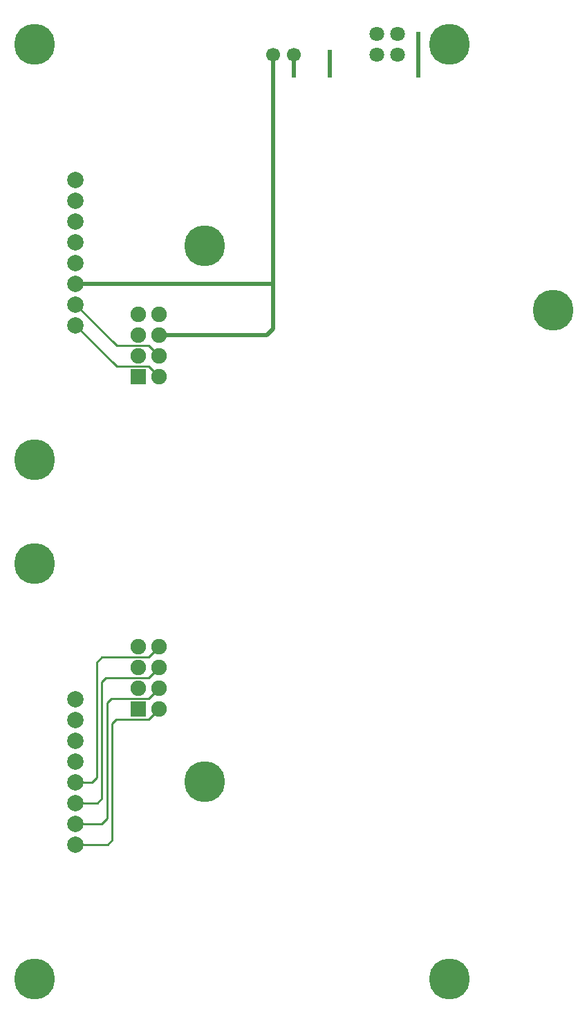
<source format=gbl>
G04 Layer: BottomLayer*
G04 EasyEDA v6.5.32, 2023-07-25 14:04:49*
G04 0f3e630bb97748ac983c4cf8ea4fb351,5a6b42c53f6a479593ecc07194224c93,10*
G04 Gerber Generator version 0.2*
G04 Scale: 100 percent, Rotated: No, Reflected: No *
G04 Dimensions in millimeters *
G04 leading zeros omitted , absolute positions ,4 integer and 5 decimal *
%FSLAX45Y45*%
%MOMM*%

%ADD10C,0.2540*%
%ADD11C,0.5000*%
%ADD12C,5.0000*%
%ADD13C,1.9000*%
%ADD14R,1.9000X1.9000*%
%ADD15C,2.0000*%
%ADD16C,1.8000*%
%ADD17C,1.7000*%
%ADD18C,0.6096*%

%LPD*%
D10*
X1905000Y1397000D02*
G01*
X1778000Y1524000D01*
X1388516Y1524000D01*
X885418Y2027097D01*
X1905000Y1651000D02*
G01*
X1778000Y1778000D01*
X1388516Y1778000D01*
X885418Y2281097D01*
X1905000Y-1905000D02*
G01*
X1778000Y-2032000D01*
X1206500Y-2032000D01*
X1143000Y-2095500D01*
X1143000Y-3505200D01*
X1087373Y-3560825D01*
X885444Y-3560825D01*
X1905000Y-2159000D02*
G01*
X1778000Y-2286000D01*
X1257300Y-2286000D01*
X1206500Y-2336800D01*
X1206500Y-3759200D01*
X1150873Y-3814825D01*
X885444Y-3814825D01*
X1905000Y-2413000D02*
G01*
X1778000Y-2540000D01*
X1320800Y-2540000D01*
X1270000Y-2590800D01*
X1270000Y-4000500D01*
X1201673Y-4068825D01*
X885444Y-4068825D01*
X1905000Y-2667000D02*
G01*
X1778000Y-2794000D01*
X1384300Y-2794000D01*
X1333500Y-2844800D01*
X1333500Y-4267200D01*
X1277873Y-4322825D01*
X885444Y-4322825D01*
D11*
X4000500Y5372100D02*
G01*
X4000500Y5079987D01*
X3556000Y5334000D02*
G01*
X3556000Y5080000D01*
X5079987Y5588000D02*
G01*
X5079987Y5079987D01*
X3302000Y5334000D02*
G01*
X3302000Y1981200D01*
X3225800Y1905000D01*
X1905000Y1905000D01*
X885418Y2535097D02*
G01*
X3302000Y2535097D01*
D12*
G01*
X381000Y381000D03*
G01*
X381000Y5461000D03*
G01*
X5461000Y5461000D03*
G01*
X6731000Y2209800D03*
G01*
X2463800Y-3556000D03*
G01*
X2463800Y2997200D03*
D13*
G01*
X1905000Y2159000D03*
G01*
X1905000Y1905000D03*
G01*
X1905000Y1651000D03*
G01*
X1651000Y1651000D03*
D14*
G01*
X1651000Y1397000D03*
D13*
G01*
X1651000Y1905000D03*
G01*
X1651000Y2159000D03*
G01*
X1905000Y1397000D03*
G01*
X1905000Y-1905000D03*
G01*
X1651000Y-1905000D03*
G01*
X1651000Y-2159000D03*
G01*
X1905000Y-2159000D03*
G01*
X1905000Y-2413000D03*
G01*
X1905000Y-2667000D03*
D14*
G01*
X1651000Y-2667000D03*
D13*
G01*
X1651000Y-2413000D03*
D12*
G01*
X381000Y-889000D03*
G01*
X381000Y381000D03*
G01*
X381000Y-5969000D03*
G01*
X381000Y-889000D03*
G01*
X381000Y-5969000D03*
G01*
X5461000Y-5969000D03*
D15*
G01*
X885418Y3805097D03*
G01*
X885418Y3551097D03*
G01*
X885418Y3297097D03*
G01*
X885418Y3043097D03*
G01*
X885418Y2789097D03*
G01*
X885418Y2535097D03*
G01*
X885418Y2281097D03*
G01*
X885418Y2027097D03*
G01*
X885418Y-4322902D03*
G01*
X885418Y-4068902D03*
G01*
X885418Y-3814902D03*
G01*
X885418Y-3560902D03*
G01*
X885418Y-3306902D03*
G01*
X885418Y-3052902D03*
G01*
X885418Y-2798902D03*
G01*
X885418Y-2544902D03*
D16*
G01*
X4826000Y5588000D03*
G01*
X4826000Y5334000D03*
G01*
X4572000Y5334000D03*
G01*
X4572000Y5588000D03*
D17*
G01*
X3556000Y5334000D03*
G01*
X3302000Y5334000D03*
D18*
G01*
X5080000Y5079974D03*
G01*
X5080000Y5588000D03*
G01*
X4000500Y5372100D03*
G01*
X3556000Y5080000D03*
G01*
X4000500Y5080000D03*
M02*

</source>
